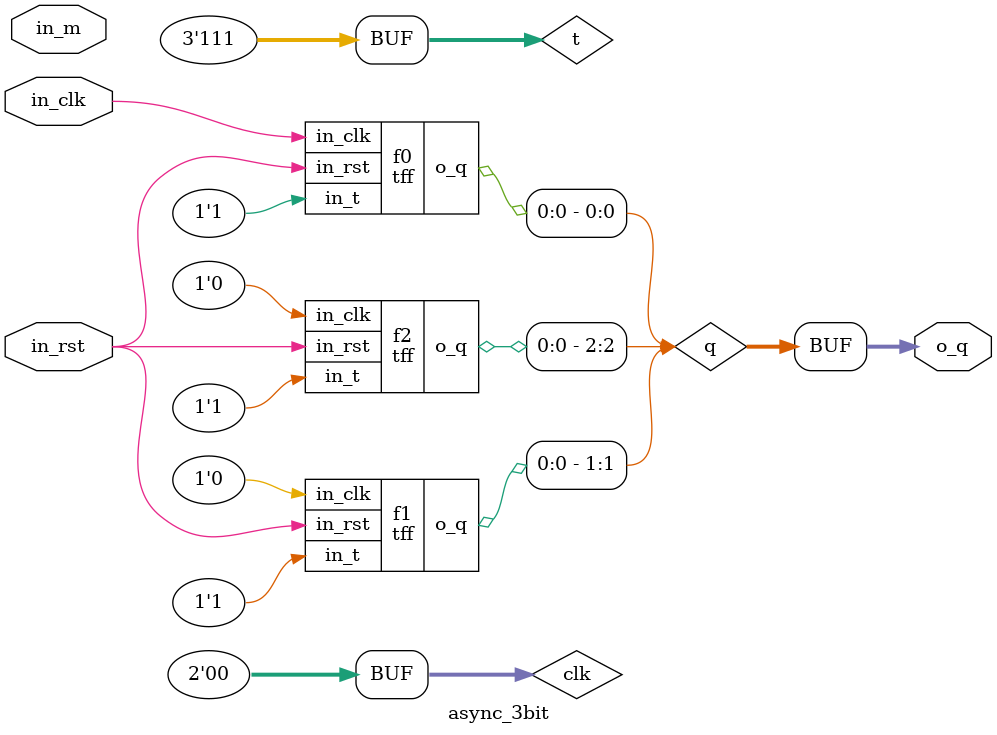
<source format=v>
module tff(input wire in_t,in_clk,in_rst, output reg o_q);
  always @(posedge in_clk or posedge in_rst) begin
    if(in_rst)
      o_q<=1'b0;
    else
      o_q<=(in_t)?~o_q:o_q;
  end
endmodule
module async_3bit(input in_clk, in_m, in_rst, output [2:0] o_q);
  wire [2:0] t;
  wire [2:0] q;
  wire [1:0] clk;
  
  assign clk=2'b00;
  
  assign clk[0]=(in_m)?~q[0]:q[0];
  assign clk[1]=(in_m)?~q[1]:q[1];
  
  assign t[0]=1'b1;
  assign t[1]=1'b1;
  assign t[2]=1'b1;
  

  
  tff f0(.in_t(t[0]),.in_clk(in_clk),.in_rst(in_rst),.o_q(q[0]));
  tff f1(.in_t(t[1]),.in_clk(clk[0]),.in_rst(in_rst),.o_q(q[1]));
  tff f2(.in_t(t[2]),.in_clk(clk[1]),.in_rst(in_rst),.o_q(q[2]));
  
  assign o_q=q;
endmodule
</source>
